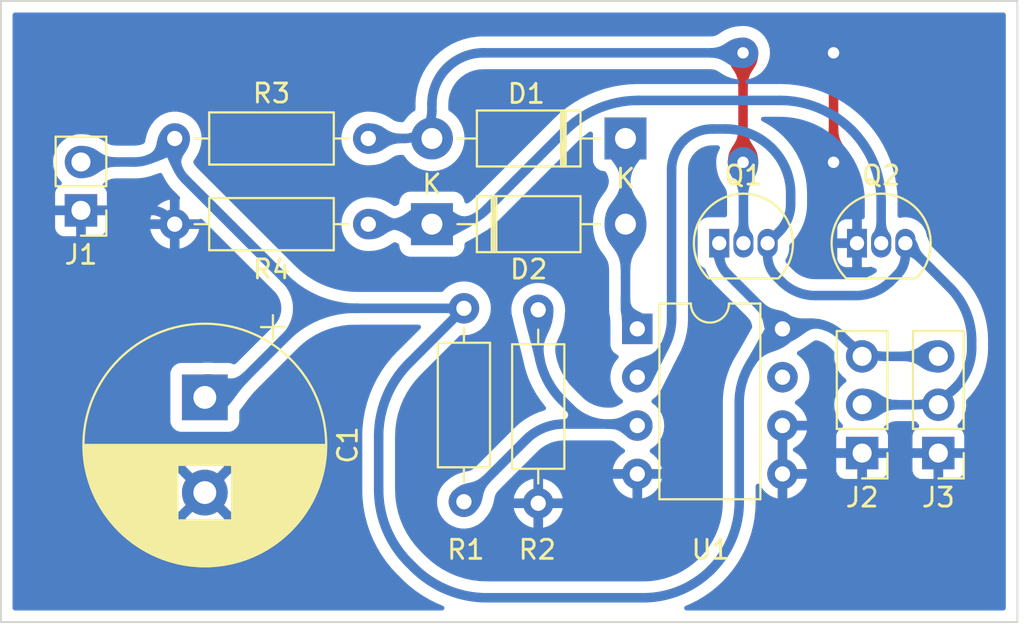
<source format=kicad_pcb>
(kicad_pcb (version 20211014) (generator pcbnew)
  (layers (0 "F.Cu" signal) (31 "B.Cu" signal) (34 "B.Paste" user) (35 "F.Paste" user) (36 "B.SilkS" user "B.Silkscreen") (37 "F.SilkS" user "F.Silkscreen") (38 "B.Mask" user) (39 "F.Mask" user) (44 "Edge.Cuts" user))
  (net 0 "")
  (net 1 "VCC")
  (net 2 "GND")
  (net 3 "Net-(D1-Pad1)")
  (net 4 "Net-(D1-Pad2)")
  (net 5 "Net-(D2-Pad1)")
  (net 6 "/VGnd")
  (net 7 "Net-(R1-Pad2)")
  (footprint "Package_TO_SOT_THT:TO-92_Inline" (layer "F.Cu") (at 101 98.5)
    (fp_text reference "Q1" (at 1.27 -3.56) (layer "F.SilkS"))
    (fp_text value "BC547")
    (pad "1" thru_hole rect locked (at 0 0) (size 1.05 1.5) (drill 0.75) (layers *.Cu *.Mask) (net 1 "VCC"))
    (pad "2" thru_hole oval locked (at 1.27 0) (size 1.05 1.5) (drill 0.75) (layers *.Cu *.Mask) (net 4 "Net-(D1-Pad2)"))
    (pad "3" thru_hole oval locked (at 2.54 0) (size 1.05 1.5) (drill 0.75) (layers *.Cu *.Mask) (net 6 "/VGnd"))
  )
  (footprint "Connector_PinHeader_2.54mm:PinHeader_1x02_P2.54mm_Vertical" (layer "F.Cu") (at 67.5 96.775 180)
    (fp_text reference "J1" (at 0 -2.33) (layer "F.SilkS"))
    (fp_text value "Vin")
    (pad "1" thru_hole rect locked (at 0 0 180) (size 1.7 1.7) (drill 1) (layers *.Cu *.Mask) (net 2 "GND"))
    (pad "2" thru_hole oval locked (at 0 2.54 180) (size 1.7 1.7) (drill 1) (layers *.Cu *.Mask) (net 1 "VCC"))
  )
  (footprint "Resistor_THT:R_Axial_DIN0207_L6.3mm_D2.5mm_P10.16mm_Horizontal" (layer "F.Cu") (at 82.58 97.5 180)
    (fp_text reference "R4" (at 5.08 -2.37) (layer "F.SilkS"))
    (fp_text value "1k")
    (pad "1" thru_hole circle locked (at 0 0 180) (size 1.6 1.6) (drill 0.8) (layers *.Cu *.Mask) (net 5 "Net-(D2-Pad1)"))
    (pad "2" thru_hole oval locked (at 10.16 0 180) (size 1.6 1.6) (drill 0.8) (layers *.Cu *.Mask) (net 2 "GND"))
  )
  (footprint "Diode_THT:D_DO-41_SOD81_P10.16mm_Horizontal" (layer "F.Cu") (at 85.92 97.5)
    (fp_text reference "D2" (at 5.08 2.375) (layer "F.SilkS"))
    (fp_text value "1N4001")
    (fp_text user "K" (at 0 -2.1) (layer "F.SilkS"))
    (pad "1" thru_hole rect locked (at 0 0) (size 2.2 2.2) (drill 1.1) (layers *.Cu *.Mask) (net 5 "Net-(D2-Pad1)"))
    (pad "2" thru_hole oval locked (at 10.16 0) (size 2.2 2.2) (drill 1.1) (layers *.Cu *.Mask) (net 3 "Net-(D1-Pad1)"))
  )
  (footprint "Capacitor_THT:CP_Radial_D12.5mm_P5.00mm" (layer "F.Cu") (at 74 106.6 -90)
    (fp_text reference "C1" (at 2.5 -7.5 90) (layer "F.SilkS"))
    (fp_text value "1mF 35V")
    (pad "1" thru_hole rect locked (at 0 0 270) (size 2.4 2.4) (drill 1.2) (layers *.Cu *.Mask) (net 1 "VCC"))
    (pad "2" thru_hole circle locked (at 5 0 270) (size 2.4 2.4) (drill 1.2) (layers *.Cu *.Mask) (net 2 "GND"))
  )
  (footprint "Resistor_THT:R_Axial_DIN0207_L6.3mm_D2.5mm_P10.16mm_Horizontal" (layer "F.Cu") (at 72.42 93)
    (fp_text reference "R3" (at 5.08 -2.37) (layer "F.SilkS"))
    (fp_text value "1k")
    (pad "1" thru_hole circle locked (at 0 0) (size 1.6 1.6) (drill 0.8) (layers *.Cu *.Mask) (net 1 "VCC"))
    (pad "2" thru_hole oval locked (at 10.16 0) (size 1.6 1.6) (drill 0.8) (layers *.Cu *.Mask) (net 4 "Net-(D1-Pad2)"))
  )
  (footprint "Diode_THT:D_DO-41_SOD81_P10.16mm_Horizontal" (layer "F.Cu") (at 96.08 93 180)
    (fp_text reference "D1" (at 5.205 2.35) (layer "F.SilkS"))
    (fp_text value "1N4001")
    (fp_text user "K" (at 0 -2.1) (layer "F.SilkS"))
    (pad "1" thru_hole rect locked (at 0 0 180) (size 2.2 2.2) (drill 1.1) (layers *.Cu *.Mask) (net 3 "Net-(D1-Pad1)"))
    (pad "2" thru_hole oval locked (at 10.16 0 180) (size 2.2 2.2) (drill 1.1) (layers *.Cu *.Mask) (net 4 "Net-(D1-Pad2)"))
  )
  (footprint "Connector_PinHeader_2.54mm:PinHeader_1x03_P2.54mm_Vertical" (layer "F.Cu") (at 112.5 109.525 180)
    (fp_text reference "J3" (at 0 -2.33) (layer "F.SilkS"))
    (fp_text value "Vout")
    (pad "1" thru_hole rect locked (at 0 0 180) (size 1.7 1.7) (drill 1) (layers *.Cu *.Mask) (net 2 "GND"))
    (pad "2" thru_hole oval locked (at 0 2.54 180) (size 1.7 1.7) (drill 1) (layers *.Cu *.Mask) (net 6 "/VGnd"))
    (pad "3" thru_hole oval locked (at 0 5.08 180) (size 1.7 1.7) (drill 1) (layers *.Cu *.Mask) (net 1 "VCC"))
  )
  (footprint "Package_TO_SOT_THT:TO-92_Inline" (layer "F.Cu") (at 108.23 98.5)
    (fp_text reference "Q2" (at 1.27 -3.56) (layer "F.SilkS"))
    (fp_text value "BC557")
    (pad "1" thru_hole rect locked (at 0 0) (size 1.05 1.5) (drill 0.75) (layers *.Cu *.Mask) (net 2 "GND"))
    (pad "2" thru_hole oval locked (at 1.27 0) (size 1.05 1.5) (drill 0.75) (layers *.Cu *.Mask) (net 5 "Net-(D2-Pad1)"))
    (pad "3" thru_hole oval locked (at 2.54 0) (size 1.05 1.5) (drill 0.75) (layers *.Cu *.Mask) (net 6 "/VGnd"))
  )
  (footprint "Resistor_THT:R_Axial_DIN0207_L6.3mm_D2.5mm_P10.16mm_Horizontal" (layer "F.Cu") (at 87.6 101.92 -90)
    (fp_text reference "R1" (at 12.68 -0.1 180) (layer "F.SilkS"))
    (fp_text value "10k")
    (pad "1" thru_hole circle locked (at 0 0 270) (size 1.6 1.6) (drill 0.8) (layers *.Cu *.Mask) (net 1 "VCC"))
    (pad "2" thru_hole oval locked (at 10.16 0 270) (size 1.6 1.6) (drill 0.8) (layers *.Cu *.Mask) (net 7 "Net-(R1-Pad2)"))
  )
  (footprint "Resistor_THT:R_Axial_DIN0207_L6.3mm_D2.5mm_P10.16mm_Horizontal" (layer "F.Cu") (at 91.5 102 -90)
    (fp_text reference "R2" (at 12.6 0.05 180) (layer "F.SilkS"))
    (fp_text value "10k")
    (pad "1" thru_hole circle locked (at 0 0 270) (size 1.6 1.6) (drill 0.8) (layers *.Cu *.Mask) (net 7 "Net-(R1-Pad2)"))
    (pad "2" thru_hole oval locked (at 10.16 0 270) (size 1.6 1.6) (drill 0.8) (layers *.Cu *.Mask) (net 2 "GND"))
  )
  (footprint "Connector_PinHeader_2.54mm:PinHeader_1x03_P2.54mm_Vertical" (layer "F.Cu") (at 108.5 109.525 180)
    (fp_text reference "J2" (at 0 -2.33) (layer "F.SilkS"))
    (fp_text value "Vout")
    (pad "1" thru_hole rect locked (at 0 0 180) (size 1.7 1.7) (drill 1) (layers *.Cu *.Mask) (net 2 "GND"))
    (pad "2" thru_hole oval locked (at 0 2.54 180) (size 1.7 1.7) (drill 1) (layers *.Cu *.Mask) (net 6 "/VGnd"))
    (pad "3" thru_hole oval locked (at 0 5.08 180) (size 1.7 1.7) (drill 1) (layers *.Cu *.Mask) (net 1 "VCC"))
  )
  (footprint "Package_DIP:DIP-8_W7.62mm" (layer "F.Cu") (at 96.7 103)
    (fp_text reference "U1" (at 3.85 11.6) (layer "F.SilkS"))
    (fp_text value "LM358")
    (pad "1" thru_hole rect locked (at 0 0) (size 1.6 1.6) (drill 0.8) (layers *.Cu *.Mask) (net 3 "Net-(D1-Pad1)"))
    (pad "2" thru_hole oval locked (at 0 2.54) (size 1.6 1.6) (drill 0.8) (layers *.Cu *.Mask) (net 6 "/VGnd"))
    (pad "3" thru_hole oval locked (at 0 5.08) (size 1.6 1.6) (drill 0.8) (layers *.Cu *.Mask) (net 7 "Net-(R1-Pad2)"))
    (pad "4" thru_hole oval locked (at 0 7.62) (size 1.6 1.6) (drill 0.8) (layers *.Cu *.Mask) (net 2 "GND"))
    (pad "5" thru_hole oval locked (at 7.62 7.62) (size 1.6 1.6) (drill 0.8) (layers *.Cu *.Mask) (net 2 "GND"))
    (pad "6" thru_hole oval locked (at 7.62 5.08) (size 1.6 1.6) (drill 0.8) (layers *.Cu *.Mask) (net 2 "GND"))
    (pad "7" thru_hole oval locked (at 7.62 2.54) (size 1.6 1.6) (drill 0.8) (layers *.Cu *.Mask))
    (pad "8" thru_hole oval locked (at 7.62 0) (size 1.6 1.6) (drill 0.8) (layers *.Cu *.Mask) (net 1 "VCC"))
  )
  (gr_poly (pts (xy 80.7 101.825) (xy 78.85 102.8) (xy 78.65 100.725)) (layer "B.Cu") (width 0.2) (fill solid))
  (gr_rect (start 63.3 85.775) (end 116.65 118.4) (layer "Edge.Cuts") (width 0.1) (fill none))
  (segment (start 72.980014 95.143973) (end 78.162248 100.326207) (width 0.5) (layer "B.Cu") (net 1))
  (segment (start 104.213933 102.893933) (end 101.417193 100.097193) (width 0.5) (layer "B.Cu") (net 1))
  (segment (start 107.6275 103.5725) (end 107.434836 103.379836) (width 0.5) (layer "B.Cu") (net 1))
  (segment (start 82.010004 101.92) (end 87.6 101.92) (width 0.5) (layer "B.Cu") (net 1))
  (segment (start 70.311723 94.235) (end 67.5 94.235) (width 0.5) (layer "B.Cu") (net 1))
  (segment (start 71.8025 93.6175) (end 71.859985 93.560014) (width 0.5) (layer "B.Cu") (net 1))
  (segment (start 102.05 112.089034) (end 102.05 106.875132) (width 0.5) (layer "B.Cu") (net 1))
  (segment (start 83.125 108.648963) (end 83.125 111.446036) (width 0.5) (layer "B.Cu") (net 1))
  (segment (start 109.733901 104.445) (end 112.5 104.445) (width 0.5) (layer "B.Cu") (net 1))
  (segment (start 97.014034 117.125) (end 88.803963 117.125) (width 0.5) (layer "B.Cu") (net 1))
  (segment (start 101 99.09) (end 101 98.5) (width 0.5) (layer "B.Cu") (net 1))
  (segment (start 84.718792 104.801206) (end 87.6 101.92) (width 0.5) (layer "B.Cu") (net 1))
  (segment (start 103.185 104.135) (end 104.32 103) (width 0.5) (layer "B.Cu") (net 1))
  (segment (start 75.456478 106.219561) (end 78.341828 103.334212) (width 0.5) (layer "B.Cu") (net 1))
  (segment (start 74.53802 106.6) (end 74 106.6) (width 0.5) (layer "B.Cu") (net 1))
  (segment (start 104.832132 102.7) (end 105.793566 102.7) (width 0.5) (layer "B.Cu") (net 1))
  (segment (start 84.956207 115.531207) (end 84.718792 115.293792) (width 0.5) (layer "B.Cu") (net 1))
  (segment (start 104.426066 102.893933) (end 104.469999 102.849999) (width 0.5) (layer "B.Cu") (net 1))
  (arc (start 82.010004 101.92) (mid 79.927613 101.505786) (end 78.162248 100.326207) (width 0.5) (layer "B.Cu") (net 1))
  (arc (start 100.575 115.65) (mid 101.666659 114.016215) (end 102.05 112.089034) (width 0.5) (layer "B.Cu") (net 1))
  (arc (start 84.956207 115.531207) (mid 86.721572 116.710786) (end 88.803963 117.125) (width 0.5) (layer "B.Cu") (net 1))
  (arc (start 72.42 93.791979) (mid 72.565542 94.523673) (end 72.980014 95.143973) (width 0.5) (layer "B.Cu") (net 1))
  (arc (start 104.832132 102.7) (mid 104.636147 102.738983) (end 104.469999 102.849999) (width 0.5) (layer "B.Cu") (net 1))
  (arc (start 107.6275 103.5725) (mid 108.593925 104.218244) (end 109.733901 104.445) (width 0.5) (layer "B.Cu") (net 1))
  (arc (start 97.014034 117.125) (mid 98.941215 116.741659) (end 100.575 115.65) (width 0.5) (layer "B.Cu") (net 1))
  (arc (start 103.185 104.135) (mid 102.344976 105.392183) (end 102.05 106.875132) (width 0.5) (layer "B.Cu") (net 1))
  (arc (start 71.859985 93.560014) (mid 72.217489 93.488901) (end 72.42 93.791979) (width 0.5) (layer "B.Cu") (net 1))
  (arc (start 84.718792 115.293792) (mid 83.539213 113.528426) (end 83.125 111.446036) (width 0.5) (layer "B.Cu") (net 1))
  (arc (start 83.125 108.648963) (mid 83.539213 106.566572) (end 84.718792 104.801206) (width 0.5) (layer "B.Cu") (net 1))
  (arc (start 71.8025 93.6175) (mid 71.118525 94.074516) (end 70.311723 94.235) (width 0.5) (layer "B.Cu") (net 1))
  (arc (start 101 99.09) (mid 101.108424 99.635088) (end 101.417193 100.097193) (width 0.5) (layer "B.Cu") (net 1))
  (arc (start 78.162248 100.326207) (mid 78.875016 101.867401) (end 78.341828 103.334212) (width 0.5) (layer "B.Cu") (net 1))
  (arc (start 75.456478 106.219561) (mid 75.035086 106.501127) (end 74.53802 106.6) (width 0.5) (layer "B.Cu") (net 1))
  (arc (start 107.434836 103.379836) (mid 106.681815 102.876683) (end 105.793566 102.7) (width 0.5) (layer "B.Cu") (net 1))
  (arc (start 104.426066 102.893933) (mid 104.319999 102.937867) (end 104.213933 102.893933) (width 0.5) (layer "B.Cu") (net 1))
  (arc (start 104.426066 102.893933) (mid 104.308581 102.972434) (end 104.17 103) (width 0.5) (layer "B.Cu") (net 1))
  (arc (start 82.010004 101.92) (mid 79.974284 102.287541) (end 78.341828 103.334212) (width 0.5) (layer "B.Cu") (net 1))
  (arc (start 104.213933 102.893933) (mid 104.227402 102.961644) (end 104.17 103) (width 0.5) (layer "B.Cu") (net 1))
  (segment (start 107 88.5) (end 107 94.25) (width 0.5) (layer "F.Cu") (net 2))
  (via (at 107 94.25) (size 1.6) (drill 0.6) (layers "F.Cu" "B.Cu") (net 2))
  (via (at 107 88.5) (size 1.6) (drill 0.6) (layers "F.Cu" "B.Cu") (net 2))
  (segment (start 71.182347 96.775) (end 67.5 96.775) (width 0.5) (layer "B.Cu") (net 2))
  (segment (start 72.0575 97.1375) (end 72.42 97.5) (width 0.5) (layer "B.Cu") (net 2))
  (arc (start 71.182347 96.775) (mid 71.655976 96.86921) (end 72.0575 97.1375) (width 0.5) (layer "B.Cu") (net 2))
  (segment (start 96.08 97.5) (end 96.08 97.558406) (width 0.5) (layer "B.Cu") (net 3))
  (segment (start 96.08 95.25) (end 96.08 94.6875) (width 0.5) (layer "B.Cu") (net 3))
  (segment (start 96.08 95.25) (end 96.08 97.5) (width 0.5) (layer "B.Cu") (net 3))
  (segment (start 96.08 99.749999) (end 96.08 100.297897) (width 0.5) (layer "B.Cu") (net 3))
  (segment (start 96.08 97.558406) (end 96.08 99.749999) (width 0.5) (layer "B.Cu") (net 3))
  (segment (start 96.39 102.69) (end 96.7 103) (width 0.5) (layer "B.Cu") (net 3))
  (segment (start 96.08 93.5625) (end 96.08 93) (width 0.5) (layer "B.Cu") (net 3))
  (segment (start 96.08 100.297897) (end 96.08 101.393694) (width 0.5) (layer "B.Cu") (net 3))
  (segment (start 96.08 93.5625) (end 96.08 94.6875) (width 0.5) (layer "B.Cu") (net 3))
  (segment (start 96.08 101.941593) (end 96.08 101.393694) (width 0.5) (layer "B.Cu") (net 3))
  (arc (start 96.08 101.941593) (mid 96.160566 102.346628) (end 96.39 102.69) (width 0.5) (layer "B.Cu") (net 3))
  (segment (start 102.25 88.5) (end 102.25 94.25) (width 0.5) (layer "F.Cu") (net 4))
  (via (at 102.25 88.5) (size 1.6) (drill 0.6) (layers "F.Cu" "B.Cu") (net 4))
  (via (at 102.25 94.25) (size 1.6) (drill 0.6) (layers "F.Cu" "B.Cu") (net 4))
  (segment (start 102.25 88.5) (end 88.617228 88.5) (width 0.5) (layer "B.Cu") (net 4))
  (segment (start 102.27 94.284142) (end 102.27 98.5) (width 0.5) (layer "B.Cu") (net 4))
  (segment (start 102.26 94.26) (end 102.25 94.25) (width 0.5) (layer "B.Cu") (net 4))
  (segment (start 84.46 93) (end 82.58 93) (width 0.5) (layer "B.Cu") (net 4))
  (segment (start 85.92 91.54) (end 85.92 91.197228) (width 0.5) (layer "B.Cu") (net 4))
  (arc (start 88.617228 88.5) (mid 87.585043 88.705314) (end 86.71 89.29) (width 0.5) (layer "B.Cu") (net 4))
  (arc (start 84.46 93) (mid 85.492375 92.572375) (end 85.92 91.54) (width 0.5) (layer "B.Cu") (net 4))
  (arc (start 86.71 89.29) (mid 86.125314 90.165043) (end 85.92 91.197228) (width 0.5) (layer "B.Cu") (net 4))
  (arc (start 102.26 94.26) (mid 102.267401 94.271076) (end 102.27 94.284142) (width 0.5) (layer "B.Cu") (net 4))
  (segment (start 83.21 97.5) (end 82.58 97.5) (width 0.5) (layer "B.Cu") (net 5))
  (segment (start 96.753963 91) (end 104.190897 91) (width 0.5) (layer "B.Cu") (net 5))
  (segment (start 84.47 97.5) (end 83.21 97.5) (width 0.5) (layer "B.Cu") (net 5))
  (segment (start 86.44 97.5) (end 85.4 97.5) (width 0.5) (layer "B.Cu") (net 5))
  (segment (start 107.9479 92.5579) (end 107.945 92.555) (width 0.5) (layer "B.Cu") (net 5))
  (segment (start 86.44 97.5) (end 86.96 97.5) (width 0.5) (layer "B.Cu") (net 5))
  (segment (start 85.4 97.5) (end 84.47 97.5) (width 0.5) (layer "B.Cu") (net 5))
  (segment (start 88.735391 96.764608) (end 92.906207 92.593792) (width 0.5) (layer "B.Cu") (net 5))
  (segment (start 109.5 96.305) (end 109.5 98.5) (width 0.5) (layer "B.Cu") (net 5))
  (arc (start 96.753963 91) (mid 94.671572 91.414213) (end 92.906207 92.593792) (width 0.5) (layer "B.Cu") (net 5))
  (arc (start 88.735391 96.764608) (mid 87.920834 97.308877) (end 86.96 97.5) (width 0.5) (layer "B.Cu") (net 5))
  (arc (start 104.190897 91) (mid 106.222603 91.404131) (end 107.945 92.555) (width 0.5) (layer "B.Cu") (net 5))
  (arc (start 107.9479 92.5579) (mid 109.096622 94.277084) (end 109.5 96.305) (width 0.5) (layer "B.Cu") (net 5))
  (segment (start 104.27 100.52) (end 103.996083 100.246083) (width 0.5) (layer "B.Cu") (net 6))
  (segment (start 97.6 104.64) (end 96.7 105.54) (width 0.5) (layer "B.Cu") (net 6))
  (segment (start 103.75 93.5) (end 103.763586 93.513586) (width 0.5) (layer "B.Cu") (net 6))
  (segment (start 108.175197 101.25) (end 106.032375 101.25) (width 0.5) (layer "B.Cu") (net 6))
  (segment (start 110.009999 100.489999) (end 110.335129 100.16487) (width 0.5) (layer "B.Cu") (net 6))
  (segment (start 104.75 95.895) (end 104.75 96.4344) (width 0.5) (layer "B.Cu") (net 6))
  (segment (start 98.5 94.633883) (end 98.5 102.467207) (width 0.5) (layer "B.Cu") (net 6))
  (segment (start 114.25 103.6075) (end 114.25 103.997563) (width 0.5) (layer "B.Cu") (net 6))
  (segment (start 113.099183 100.829183) (end 110.77 98.5) (width 0.5) (layer "B.Cu") (net 6))
  (segment (start 104.144999 97.894999) (end 103.996083 98.043916) (width 0.5) (layer "B.Cu") (net 6))
  (segment (start 101.335786 92.5) (end 100.633883 92.5) (width 0.5) (layer "B.Cu") (net 6))
  (segment (start 111.262563 106.985) (end 108.5 106.985) (width 0.5) (layer "B.Cu") (net 6))
  (arc (start 104.75 95.895) (mid 104.493639 94.606188) (end 103.763586 93.513586) (width 0.5) (layer "B.Cu") (net 6))
  (arc (start 104.27 100.52) (mid 105.078584 101.060279) (end 106.032375 101.25) (width 0.5) (layer "B.Cu") (net 6))
  (arc (start 99.125 93.125) (mid 99.817281 92.662432) (end 100.633883 92.5) (width 0.5) (layer "B.Cu") (net 6))
  (arc (start 113.375 106.11) (mid 112.405805 106.757594) (end 111.262563 106.985) (width 0.5) (layer "B.Cu") (net 6))
  (arc (start 103.75 93.5) (mid 102.642349 92.759891) (end 101.335786 92.5) (width 0.5) (layer "B.Cu") (net 6))
  (arc (start 98.5 94.633883) (mid 98.662432 93.817281) (end 99.125 93.125) (width 0.5) (layer "B.Cu") (net 6))
  (arc (start 103.996083 98.043916) (mid 103.658532 98.549097) (end 103.54 99.145) (width 0.5) (layer "B.Cu") (net 6))
  (arc (start 114.25 103.997563) (mid 114.022594 105.140805) (end 113.375 106.11) (width 0.5) (layer "B.Cu") (net 6))
  (arc (start 104.144999 97.894999) (mid 104.592765 97.22487) (end 104.75 96.4344) (width 0.5) (layer "B.Cu") (net 6))
  (arc (start 103.996083 100.246083) (mid 103.658532 99.740902) (end 103.54 99.145) (width 0.5) (layer "B.Cu") (net 6))
  (arc (start 97.6 104.64) (mid 98.266097 103.643114) (end 98.5 102.467207) (width 0.5) (layer "B.Cu") (net 6))
  (arc (start 110.335129 100.16487) (mid 110.656979 99.683189) (end 110.77 99.115) (width 0.5) (layer "B.Cu") (net 6))
  (arc (start 113.099183 100.829183) (mid 113.950912 102.103885) (end 114.25 103.6075) (width 0.5) (layer "B.Cu") (net 6))
  (arc (start 110.009999 100.489999) (mid 109.168185 101.052482) (end 108.175197 101.25) (width 0.5) (layer "B.Cu") (net 6))
  (segment (start 95.16 108) (end 96.563431 108) (width 0.5) (layer "B.Cu") (net 7))
  (segment (start 90.859756 108.820243) (end 87.6 112.08) (width 0.5) (layer "B.Cu") (net 7))
  (segment (start 93.179756 107.179756) (end 92.737436 106.737436) (width 0.5) (layer "B.Cu") (net 7))
  (segment (start 96.66 108.04) (end 96.7 108.08) (width 0.5) (layer "B.Cu") (net 7))
  (segment (start 95.16 108) (end 92.84 108) (width 0.5) (layer "B.Cu") (net 7))
  (segment (start 91.5 103.75) (end 91.5 102) (width 0.5) (layer "B.Cu") (net 7))
  (arc (start 90.859756 108.820243) (mid 91.768299 108.213174) (end 92.84 108) (width 0.5) (layer "B.Cu") (net 7))
  (arc (start 91.5 103.75) (mid 91.821599 105.366788) (end 92.737436 106.737436) (width 0.5) (layer "B.Cu") (net 7))
  (arc (start 93.179756 107.179756) (mid 93.283912 107.703386) (end 92.84 108) (width 0.5) (layer "B.Cu") (net 7))
  (arc (start 96.66 108.04) (mid 96.615693 108.010395) (end 96.563431 108) (width 0.5) (layer "B.Cu") (net 7))
  (arc (start 95.16 108) (mid 94.088299 107.786825) (end 93.179756 107.179756) (width 0.5) (layer "B.Cu") (net 7))
  (zone (net 2) (net_name "GND") (layer "F.Cu") (priority 16962) (connect_pads yes (clearance 0)) (min_thickness 0.0254) (fill yes (thermal_gap 0.508) (thermal_bridge_width 0.508))
    (polygon (pts (xy 106.75 92.5) (xy 106.7346 92.747114) (xy 106.6928 92.946152) (xy 106.631199 93.109133) (xy 106.5564 93.248076) (xy 106.475 93.375) (xy 106.3936 93.501923) (xy 106.3188 93.640866) (xy 106.2572 93.803847) (xy 106.2154 94.002885) (xy 106.2 94.25) (xy 107 94.65) (xy 107.8 94.25) (xy 107.7846 94.002885) (xy 107.7428 93.803847) (xy 107.681199 93.640866) (xy 107.6064 93.501923) (xy 107.525 93.375) (xy 107.4436 93.248076) (xy 107.3688 93.109133) (xy 107.3072 92.946152) (xy 107.2654 92.747114) (xy 107.25 92.5)))
  )
  (zone (net 2) (net_name "GND") (layer "F.Cu") (priority 16962) (connect_pads yes (clearance 0)) (min_thickness 0.0254) (fill yes (thermal_gap 0.508) (thermal_bridge_width 0.508))
    (polygon (pts (xy 107.25 90.25) (xy 107.2654 90.002885) (xy 107.3072 89.803847) (xy 107.368799 89.640866) (xy 107.4436 89.501923) (xy 107.525 89.375) (xy 107.6064 89.248076) (xy 107.6812 89.109133) (xy 107.7428 88.946152) (xy 107.7846 88.747114) (xy 107.8 88.5) (xy 107 88.1) (xy 106.2 88.5) (xy 106.2154 88.747114) (xy 106.2572 88.946152) (xy 106.318799 89.109133) (xy 106.3936 89.248076) (xy 106.475 89.375) (xy 106.5564 89.501923) (xy 106.6312 89.640866) (xy 106.6928 89.803847) (xy 106.7346 90.002885) (xy 106.75 90.25)))
  )
  (zone (net 4) (net_name "Net-(D1-Pad2)") (layer "F.Cu") (priority 16962) (connect_pads yes (clearance 0)) (min_thickness 0.0254) (fill yes (thermal_gap 0.508) (thermal_bridge_width 0.508))
    (polygon (pts (xy 102.5 90.25) (xy 102.5154 90.002885) (xy 102.5572 89.803847) (xy 102.618799 89.640866) (xy 102.6936 89.501923) (xy 102.775 89.375) (xy 102.8564 89.248076) (xy 102.9312 89.109133) (xy 102.9928 88.946152) (xy 103.0346 88.747114) (xy 103.05 88.5) (xy 102.25 88.1) (xy 101.45 88.5) (xy 101.4654 88.747114) (xy 101.5072 88.946152) (xy 101.568799 89.109133) (xy 101.6436 89.248076) (xy 101.725 89.375) (xy 101.8064 89.501923) (xy 101.8812 89.640866) (xy 101.9428 89.803847) (xy 101.9846 90.002885) (xy 102 90.25)))
  )
  (zone (net 4) (net_name "Net-(D1-Pad2)") (layer "F.Cu") (priority 16962) (connect_pads yes (clearance 0)) (min_thickness 0.0254) (fill yes (thermal_gap 0.508) (thermal_bridge_width 0.508))
    (polygon (pts (xy 102 92.5) (xy 101.9846 92.747114) (xy 101.9428 92.946152) (xy 101.881199 93.109133) (xy 101.8064 93.248076) (xy 101.725 93.375) (xy 101.6436 93.501923) (xy 101.5688 93.640866) (xy 101.5072 93.803847) (xy 101.4654 94.002885) (xy 101.45 94.25) (xy 102.25 94.65) (xy 103.05 94.25) (xy 103.0346 94.002885) (xy 102.9928 93.803847) (xy 102.931199 93.640866) (xy 102.8564 93.501923) (xy 102.775 93.375) (xy 102.6936 93.248076) (xy 102.6188 93.109133) (xy 102.5572 92.946152) (xy 102.5154 92.747114) (xy 102.5 92.5)))
  )
  (zone (net 3) (net_name "Net-(D1-Pad1)") (layer "B.Cu") (priority 16962) (connect_pads yes (clearance 0)) (min_thickness 0.0254) (fill yes (thermal_gap 0.508) (thermal_bridge_width 0.508))
    (polygon (pts (xy 96.33 99.928406) (xy 96.3538 99.58254) (xy 96.4184 99.305358) (xy 96.513599 99.079688) (xy 96.6292 98.88836) (xy 96.755 98.714203) (xy 96.8808 98.540045) (xy 96.9964 98.348717) (xy 97.0916 98.123047) (xy 97.1562 97.845865) (xy 97.18 97.5) (xy 96.08 96.95) (xy 94.98 97.5) (xy 95.0038 97.845865) (xy 95.0684 98.123047) (xy 95.163599 98.348717) (xy 95.2792 98.540045) (xy 95.405 98.714203) (xy 95.5308 98.88836) (xy 95.6464 99.079688) (xy 95.7416 99.305358) (xy 95.8062 99.58254) (xy 95.83 99.928406)))
  )
  (zone (net 6) (net_name "/VGnd") (layer "B.Cu") (priority 16962) (connect_pads yes (clearance 0)) (min_thickness 0.0254) (fill yes (thermal_gap 0.508) (thermal_bridge_width 0.508))
    (polygon (pts (xy 111.759948 99.136395) (xy 111.652325 99.017882) (xy 111.575203 98.911203) (xy 111.520956 98.813399) (xy 111.48196 98.721511) (xy 111.450589 98.632581) (xy 111.419218 98.543652) (xy 111.380222 98.451764) (xy 111.325975 98.35396) (xy 111.248853 98.247281) (xy 111.141231 98.128769) (xy 110.584385 98.314385) (xy 110.398769 98.871231) (xy 110.517281 98.978853) (xy 110.62396 99.055975) (xy 110.721764 99.110222) (xy 110.813652 99.149218) (xy 110.902581 99.180589) (xy 110.991511 99.21196) (xy 111.083399 99.250956) (xy 111.181203 99.305203) (xy 111.287882 99.382325) (xy 111.406395 99.489948)))
  )
  (zone (net 4) (net_name "Net-(D1-Pad2)") (layer "B.Cu") (priority 16962) (connect_pads yes (clearance 0)) (min_thickness 0.0254) (fill yes (thermal_gap 0.508) (thermal_bridge_width 0.508))
    (polygon (pts (xy 102.02 97.35) (xy 102.0123 97.509901) (xy 101.9914 97.639868) (xy 101.960599 97.747385) (xy 101.9232 97.839934) (xy 101.8825 97.925) (xy 101.8418 98.010065) (xy 101.8044 98.102614) (xy 101.7736 98.210131) (xy 101.7527 98.340098) (xy 101.745 98.5) (xy 102.27 98.7625) (xy 102.795 98.5) (xy 102.7873 98.340098) (xy 102.7664 98.210131) (xy 102.735599 98.102614) (xy 102.6982 98.010065) (xy 102.6575 97.925) (xy 102.6168 97.839934) (xy 102.5794 97.747385) (xy 102.5486 97.639868) (xy 102.5277 97.509901) (xy 102.52 97.35)))
  )
  (zone (net 1) (net_name "VCC") (layer "B.Cu") (priority 16962) (connect_pads yes (clearance 0)) (min_thickness 0.0254) (fill yes (thermal_gap 0.508) (thermal_bridge_width 0.508))
    (polygon (pts (xy 102.898715 101.932269) (xy 103.063488 102.118821) (xy 103.175453 102.2899) (xy 103.24781 102.449373) (xy 103.293764 102.601109) (xy 103.326515 102.748977) (xy 103.359266 102.896844) (xy 103.405219 103.048581) (xy 103.477577 103.208054) (xy 103.589541 103.379132) (xy 103.754315 103.565685) (xy 104.602842 103.282842) (xy 104.885685 102.434315) (xy 104.699132 102.269541) (xy 104.528054 102.157577) (xy 104.368581 102.085219) (xy 104.216844 102.039266) (xy 104.068977 102.006515) (xy 103.921109 101.973764) (xy 103.769373 101.92781) (xy 103.6099 101.855453) (xy 103.438821 101.743488) (xy 103.252269 101.578715)))
  )
  (zone (net 6) (net_name "/VGnd") (layer "B.Cu") (priority 16962) (connect_pads yes (clearance 0)) (min_thickness 0.0254) (fill yes (thermal_gap 0.508) (thermal_bridge_width 0.508))
    (polygon (pts (xy 97.9401 103.753103) (xy 97.789691 104.002274) (xy 97.635621 104.17872) (xy 97.476749 104.299126) (xy 97.311933 104.380175) (xy 97.140033 104.438553) (xy 96.959906 104.490943) (xy 96.770413 104.55403) (xy 96.57041 104.644498) (xy 96.358758 104.779031) (xy 96.134315 104.974315) (xy 96.417158 105.822842) (xy 97.412172 105.904431) (xy 97.545471 105.643319) (xy 97.654773 105.428044) (xy 97.746077 105.247147) (xy 97.825382 105.089169) (xy 97.898688 104.942651) (xy 97.971994 104.796132) (xy 98.051299 104.638154) (xy 98.142603 104.457257) (xy 98.251906 104.241983) (xy 98.385206 103.980871)))
  )
  (zone (net 1) (net_name "VCC") (layer "B.Cu") (priority 16962) (connect_pads yes (clearance 0)) (min_thickness 0.0254) (fill yes (thermal_gap 0.508) (thermal_bridge_width 0.508))
    (polygon (pts (xy 76.071554 105.250932) (xy 75.830718 105.453202) (xy 75.610191 105.56543) (xy 75.402578 105.606109) (xy 75.20048 105.59373) (xy 74.996502 105.546787) (xy 74.783246 105.483774) (xy 74.553315 105.423182) (xy 74.299312 105.383505) (xy 74.013841 105.383235) (xy 73.689505 105.440866) (xy 73.420433 106.755247) (xy 74.848527 107.448528) (xy 75.077948 107.211617) (xy 75.259527 107.009711) (xy 75.405225 106.834058) (xy 75.527001 106.675907) (xy 75.636816 106.526507) (xy 75.746632 106.377107) (xy 75.868408 106.218956) (xy 76.014106 106.043302) (xy 76.195685 105.841396) (xy 76.425107 105.604486)))
  )
  (zone (net 5) (net_name "Net-(D2-Pad1)") (layer "B.Cu") (priority 16962) (connect_pads yes (clearance 0)) (min_thickness 0.0254) (fill yes (thermal_gap 0.508) (thermal_bridge_width 0.508))
    (polygon (pts (xy 83.5 97.75) (xy 83.844773 97.7738) (xy 84.12103 97.8384) (xy 84.345902 97.933599) (xy 84.536515 98.0492) (xy 84.71 98.175) (xy 84.883484 98.3008) (xy 85.074097 98.4164) (xy 85.298969 98.5116) (xy 85.575226 98.5762) (xy 85.92 98.6) (xy 86.47 97.5) (xy 85.92 96.4) (xy 85.575226 96.4238) (xy 85.298969 96.4884) (xy 85.074097 96.583599) (xy 84.883484 96.6992) (xy 84.71 96.825) (xy 84.536515 96.9508) (xy 84.345902 97.0664) (xy 84.12103 97.1616) (xy 83.844773 97.2262) (xy 83.5 97.25)))
  )
  (zone (net 1) (net_name "VCC") (layer "B.Cu") (priority 16962) (connect_pads yes (clearance 0)) (min_thickness 0.0254) (fill yes (thermal_gap 0.508) (thermal_bridge_width 0.508))
    (polygon (pts (xy 72.879329 94.599443) (xy 72.792273 94.402823) (xy 72.762229 94.236702) (xy 72.777909 94.092682) (xy 72.82803 93.962364) (xy 72.901304 93.837351) (xy 72.986447 93.709245) (xy 73.072174 93.569648) (xy 73.147198 93.410161) (xy 73.200234 93.222388) (xy 73.219997 92.997929) (xy 72.418965 92.600002) (xy 71.720761 93.388669) (xy 71.826118 93.58257) (xy 71.909341 93.744117) (xy 71.975961 93.881397) (xy 72.031514 94.0025) (xy 72.081532 94.115514) (xy 72.131551 94.228528) (xy 72.187103 94.349631) (xy 72.253724 94.486912) (xy 72.336946 94.648458) (xy 72.442305 94.842361)))
  )
  (zone (net 6) (net_name "/VGnd") (layer "B.Cu") (priority 16962) (connect_pads yes (clearance 0)) (min_thickness 0.0254) (fill yes (thermal_gap 0.508) (thermal_bridge_width 0.508))
    (polygon (pts (xy 110.36 106.735) (xy 110.096846 106.7182) (xy 109.885129 106.6726) (xy 109.711988 106.605399) (xy 109.564564 106.5238) (xy 109.43 106.435) (xy 109.295435 106.3462) (xy 109.148011 106.2646) (xy 108.97487 106.1974) (xy 108.763153 106.1518) (xy 108.5 106.135) (xy 108.075 106.985) (xy 108.5 107.835) (xy 108.763153 107.8182) (xy 108.97487 107.7726) (xy 109.148011 107.705399) (xy 109.295435 107.6238) (xy 109.43 107.535) (xy 109.564564 107.4462) (xy 109.711988 107.3646) (xy 109.885129 107.2974) (xy 110.096846 107.2518) (xy 110.36 107.235)))
  )
  (zone (net 7) (net_name "Net-(R1-Pad2)") (layer "B.Cu") (priority 16962) (connect_pads yes (clearance 0)) (min_thickness 0.0254) (fill yes (thermal_gap 0.508) (thermal_bridge_width 0.508))
    (polygon (pts (xy 95.16 108.25) (xy 95.318796 108.255503) (xy 95.454894 108.271611) (xy 95.572295 108.29772) (xy 95.674999 108.333226) (xy 95.767008 108.377525) (xy 95.852323 108.430013) (xy 95.934945 108.490086) (xy 96.018875 108.557141) (xy 96.108115 108.630572) (xy 96.206666 108.709778) (xy 97.097997 108.119971) (xy 96.341753 107.364697) (xy 96.220873 107.427857) (xy 96.113266 107.487529) (xy 96.014179 107.542968) (xy 95.918861 107.59343) (xy 95.82256 107.63817) (xy 95.720525 107.676444) (xy 95.608002 107.707508) (xy 95.480242 107.730618) (xy 95.332492 107.74503) (xy 95.16 107.75)))
  )
  (zone (net 1) (net_name "VCC") (layer "B.Cu") (priority 16962) (connect_pads yes (clearance 0)) (min_thickness 0.0254) (fill yes (thermal_gap 0.508) (thermal_bridge_width 0.508))
    (polygon (pts (xy 101.363007 99.592656) (xy 101.310099 99.455679) (xy 101.289079 99.340365) (xy 101.293748 99.2409) (xy 101.317906 99.151469) (xy 101.355356 99.066258) (xy 101.399897 98.979452) (xy 101.445331 98.885237) (xy 101.485459 98.7778) (xy 101.514081 98.651326) (xy 101.525 98.5) (xy 101 98.2375) (xy 100.52552 98.724708) (xy 100.589412 98.867115) (xy 100.636416 98.986715) (xy 100.670754 99.089208) (xy 100.696649 99.180297) (xy 100.718321 99.265684) (xy 100.739993 99.351072) (xy 100.765888 99.442161) (xy 100.800226 99.544654) (xy 100.84723 99.664254) (xy 100.911123 99.806662)))
  )
  (zone (net 5) (net_name "Net-(D2-Pad1)") (layer "B.Cu") (priority 16962) (connect_pads yes (clearance 0)) (min_thickness 0.0254) (fill yes (thermal_gap 0.508) (thermal_bridge_width 0.508))
    (polygon (pts (xy 84.34 97.25) (xy 84.091574 97.2346) (xy 83.891433 97.1928) (xy 83.727504 97.131199) (xy 83.587716 97.0564) (xy 83.46 96.975) (xy 83.332283 96.8936) (xy 83.192495 96.8188) (xy 83.028566 96.7572) (xy 82.828425 96.7154) (xy 82.58 96.7) (xy 82.18 97.5) (xy 82.58 98.3) (xy 82.828425 98.2846) (xy 83.028566 98.2428) (xy 83.192495 98.181199) (xy 83.332283 98.1064) (xy 83.46 98.025) (xy 83.587716 97.9436) (xy 83.727504 97.8688) (xy 83.891433 97.8072) (xy 84.091574 97.7654) (xy 84.34 97.75)))
  )
  (zone (net 3) (net_name "Net-(D1-Pad1)") (layer "B.Cu") (priority 16962) (connect_pads yes (clearance 0)) (min_thickness 0.0254) (fill yes (thermal_gap 0.508) (thermal_bridge_width 0.508))
    (polygon (pts (xy 95.83 95.08) (xy 95.8062 95.424773) (xy 95.7416 95.70103) (xy 95.646399 95.925902) (xy 95.5308 96.116515) (xy 95.405 96.29) (xy 95.2792 96.463484) (xy 95.1636 96.654097) (xy 95.0684 96.878969) (xy 95.0038 97.155226) (xy 94.98 97.5) (xy 96.08 98.05) (xy 97.18 97.5) (xy 97.1562 97.155226) (xy 97.0916 96.878969) (xy 96.996399 96.654097) (xy 96.8808 96.463484) (xy 96.755 96.29) (xy 96.6292 96.116515) (xy 96.5136 95.925902) (xy 96.4184 95.70103) (xy 96.3538 95.424773) (xy 96.33 95.08)))
  )
  (zone (net 2) (net_name "GND") (layer "B.Cu") (connect_pads (clearance 0.608)) (min_thickness 0.254) (fill yes (thermal_gap 0.508) (thermal_bridge_width 0.508))
    (polygon (pts (xy 117 118.5) (xy 63.5 118.5) (xy 63.5 86) (xy 117 86)))
  )
  (zone (net 7) (net_name "Net-(R1-Pad2)") (layer "B.Cu") (priority 16962) (connect_pads yes (clearance 0)) (min_thickness 0.0254) (fill yes (thermal_gap 0.508) (thermal_bridge_width 0.508))
    (polygon (pts (xy 88.660659 110.665787) (xy 88.475033 110.829633) (xy 88.304735 110.940818) (xy 88.145932 111.012505) (xy 87.994793 111.057861) (xy 87.847486 111.090051) (xy 87.700179 111.122241) (xy 87.549041 111.167597) (xy 87.390238 111.239284) (xy 87.21994 111.350468) (xy 87.034315 111.514315) (xy 87.317158 112.362842) (xy 88.165685 112.645685) (xy 88.329531 112.460059) (xy 88.440715 112.289761) (xy 88.512402 112.130958) (xy 88.557758 111.97982) (xy 88.589948 111.832513) (xy 88.622139 111.685206) (xy 88.667494 111.534067) (xy 88.739182 111.375264) (xy 88.850366 111.204966) (xy 89.014213 111.019341)))
  )
  (zone (net 5) (net_name "Net-(D2-Pad1)") (layer "B.Cu") (priority 16962) (connect_pads yes (clearance 0)) (min_thickness 0.0254) (fill yes (thermal_gap 0.508) (thermal_bridge_width 0.508))
    (polygon (pts (xy 88.148637 96.912308) (xy 87.87902 97.044557) (xy 87.649872 97.089846) (xy 87.449787 97.065496) (xy 87.26736 96.988828) (xy 87.091186 96.877163) (xy 86.909858 96.74782) (xy 86.711972 96.618123) (xy 86.486121 96.50539) (xy 86.2209 96.426943) (xy 85.904905 96.400104) (xy 85.370052 97.507547) (xy 86.498339 98.435693) (xy 86.754559 98.27969) (xy 86.967512 98.154485) (xy 87.148012 98.052377) (xy 87.306878 97.965667) (xy 87.454927 97.886657) (xy 87.602976 97.807647) (xy 87.761842 97.720938) (xy 87.942343 97.61883) (xy 88.155295 97.493624) (xy 88.411517 97.337622)))
  )
  (zone (net 1) (net_name "VCC") (layer "B.Cu") (priority 16962) (connect_pads yes (clearance 0)) (min_thickness 0.0254) (fill yes (thermal_gap 0.508) (thermal_bridge_width 0.508))
    (polygon (pts (xy 106.826905 102.666791) (xy 106.546015 102.55918) (xy 106.306693 102.496688) (xy 106.098547 102.468034) (xy 105.911184 102.461938) (xy 105.734213 102.467122) (xy 105.557243 102.472306) (xy 105.36988 102.466211) (xy 105.161734 102.437557) (xy 104.922412 102.375064) (xy 104.641523 102.267455) (xy 103.949155 103.149911) (xy 104.619822 103.741691) (xy 104.886475 103.617451) (xy 105.109821 103.485996) (xy 105.300598 103.355241) (xy 105.46954 103.233105) (xy 105.627386 103.127504) (xy 105.784872 103.046356) (xy 105.952735 102.997577) (xy 106.141711 102.989085) (xy 106.362538 103.028797) (xy 106.625953 103.124631)))
  )
  (zone (net 1) (net_name "VCC") (layer "B.Cu") (priority 16962) (connect_pads yes (clearance 0)) (min_thickness 0.0254) (fill yes (thermal_gap 0.508) (thermal_bridge_width 0.508))
    (polygon (pts (xy 110.64 104.695) (xy 110.903153 104.7118) (xy 111.11487 104.7574) (xy 111.288011 104.824599) (xy 111.435435 104.9062) (xy 111.57 104.995) (xy 111.704564 105.0838) (xy 111.851988 105.1654) (xy 112.025129 105.2326) (xy 112.236846 105.2782) (xy 112.5 105.295) (xy 112.925 104.445) (xy 112.5 103.595) (xy 112.236846 103.6118) (xy 112.025129 103.6574) (xy 111.851988 103.724599) (xy 111.704564 103.8062) (xy 111.57 103.895) (xy 111.435435 103.9838) (xy 111.288011 104.0654) (xy 111.11487 104.1326) (xy 110.903153 104.1782) (xy 110.64 104.195)))
  )
  (zone (net 4) (net_name "Net-(D1-Pad2)") (layer "B.Cu") (priority 16962) (connect_pads yes (clearance 0)) (min_thickness 0.0254) (fill yes (thermal_gap 0.508) (thermal_bridge_width 0.508))
    (polygon (pts (xy 102.52 96.014142) (xy 102.53484 95.765806) (xy 102.57512 95.565418) (xy 102.634479 95.40099) (xy 102.70656 95.260537) (xy 102.785 95.132071) (xy 102.86344 95.003604) (xy 102.93552 94.863151) (xy 102.99488 94.698723) (xy 103.03516 94.498335) (xy 103.05 94.25) (xy 102.240055 93.850124) (xy 101.450248 94.26989) (xy 101.471744 94.516834) (xy 101.518261 94.715415) (xy 101.583373 94.877726) (xy 101.660654 95.01586) (xy 101.743678 95.141909) (xy 101.826016 95.267967) (xy 101.901244 95.406126) (xy 101.962935 95.56848) (xy 102.004662 95.76712) (xy 102.02 96.014142)))
  )
  (zone (net 3) (net_name "Net-(D1-Pad1)") (layer "B.Cu") (priority 16962) (connect_pads yes (clearance 0)) (min_thickness 0.0254) (fill yes (thermal_gap 0.508) (thermal_bridge_width 0.508))
    (polygon (pts (xy 95.83 101.432865) (xy 95.83196 101.646164) (xy 95.83728 101.821739) (xy 95.845119 101.969022) (xy 95.85464 102.097442) (xy 95.865 102.216432) (xy 95.87536 102.335422) (xy 95.88488 102.463842) (xy 95.89272 102.611125) (xy 95.89804 102.7867) (xy 95.9 103) (xy 96.929173 103.32784) (xy 97.35568 102.541653) (xy 97.221817 102.380586) (xy 97.082855 102.261152) (xy 96.943316 102.171921) (xy 96.807718 102.101464) (xy 96.68058 102.038349) (xy 96.566424 101.971147) (xy 96.469768 101.888428) (xy 96.395132 101.778761) (xy 96.347036 101.630717) (xy 96.33 101.432865)))
  )
  (zone (net 4) (net_name "Net-(D1-Pad2)") (layer "B.Cu") (priority 16962) (connect_pads yes (clearance 0)) (min_thickness 0.0254) (fill yes (thermal_gap 0.508) (thermal_bridge_width 0.508))
    (polygon (pts (xy 84.33 92.75) (xy 84.082885 92.7346) (xy 83.883847 92.6928) (xy 83.720866 92.631199) (xy 83.581923 92.5564) (xy 83.455 92.475) (xy 83.328076 92.3936) (xy 83.189133 92.3188) (xy 83.026152 92.2572) (xy 82.827114 92.2154) (xy 82.58 92.2) (xy 82.18 93) (xy 82.58 93.8) (xy 82.827114 93.7846) (xy 83.026152 93.7428) (xy 83.189133 93.681199) (xy 83.328076 93.6064) (xy 83.455 93.525) (xy 83.581923 93.4436) (xy 83.720866 93.3688) (xy 83.883847 93.3072) (xy 84.082885 93.2654) (xy 84.33 93.25)))
  )
  (zone (net 1) (net_name "VCC") (layer "B.Cu") (priority 16962) (connect_pads yes (clearance 0)) (min_thickness 0.0254) (fill yes (thermal_gap 0.508) (thermal_bridge_width 0.508))
    (polygon (pts (xy 69.36 93.985) (xy 69.096846 93.9682) (xy 68.885129 93.9226) (xy 68.711988 93.855399) (xy 68.564564 93.7738) (xy 68.43 93.685) (xy 68.295435 93.5962) (xy 68.148011 93.5146) (xy 67.97487 93.4474) (xy 67.763153 93.4018) (xy 67.5 93.385) (xy 67.075 94.235) (xy 67.5 95.085) (xy 67.763153 95.0682) (xy 67.97487 95.0226) (xy 68.148011 94.955399) (xy 68.295435 94.8738) (xy 68.43 94.785) (xy 68.564564 94.6962) (xy 68.711988 94.6146) (xy 68.885129 94.5474) (xy 69.096846 94.5018) (xy 69.36 94.485)))
  )
  (zone (net 4) (net_name "Net-(D1-Pad2)") (layer "B.Cu") (priority 16962) (connect_pads yes (clearance 0)) (min_thickness 0.0254) (fill yes (thermal_gap 0.508) (thermal_bridge_width 0.508))
    (polygon (pts (xy 100.5 88.75) (xy 100.747114 88.7654) (xy 100.946152 88.8072) (xy 101.109133 88.868799) (xy 101.248076 88.9436) (xy 101.375 89.025) (xy 101.501923 89.1064) (xy 101.640866 89.1812) (xy 101.803847 89.2428) (xy 102.002885 89.2846) (xy 102.25 89.3) (xy 102.65 88.5) (xy 102.25 87.7) (xy 102.002885 87.7154) (xy 101.803847 87.7572) (xy 101.640866 87.818799) (xy 101.501923 87.8936) (xy 101.375 87.975) (xy 101.248076 88.0564) (xy 101.109133 88.1312) (xy 100.946152 88.1928) (xy 100.747114 88.2346) (xy 100.5 88.25)))
  )
  (zone (net 1) (net_name "VCC") (layer "B.Cu") (priority 16962) (connect_pads yes (clearance 0)) (min_thickness 0.0254) (fill yes (thermal_gap 0.508) (thermal_bridge_width 0.508))
    (polygon (pts (xy 71.076016 94.357713) (xy 71.29584 94.280959) (xy 71.475998 94.215315) (xy 71.626408 94.158003) (xy 71.756984 94.106245) (xy 71.877644 94.057266) (xy 71.998304 94.008286) (xy 72.12888 93.956529) (xy 72.279289 93.899217) (xy 72.459447 93.833573) (xy 72.679272 93.75682) (xy 72.702842 92.717158) (xy 71.854316 92.434315) (xy 71.701557 92.615867) (xy 71.600337 92.792939) (xy 71.536223 92.964167) (xy 71.494781 93.12819) (xy 71.461578 93.283643) (xy 71.42218 93.429166) (xy 71.362154 93.563396) (xy 71.267066 93.68497) (xy 71.122483 93.792525) (xy 70.913972 93.884701)))
  )
  (zone (net 7) (net_name "Net-(R1-Pad2)") (layer "B.Cu") (priority 16962) (connect_pads yes (clearance 0)) (min_thickness 0.0254) (fill yes (thermal_gap 0.508) (thermal_bridge_width 0.508))
    (polygon (pts (xy 91.852173 104.645442) (xy 91.791273 104.289976) (xy 91.782696 103.997194) (xy 91.815626 103.751166) (xy 91.87925 103.535961) (xy 91.962755 103.335652) (xy 92.055326 103.134308) (xy 92.14615 102.916) (xy 92.224413 102.664799) (xy 92.279301 102.364775) (xy 92.3 102) (xy 91.5 101.6) (xy 90.720564 102.18022) (xy 90.803257 102.532) (xy 90.873786 102.821117) (xy 90.935191 103.063237) (xy 90.990513 103.274026) (xy 91.042795 103.469148) (xy 91.095076 103.664271) (xy 91.150399 103.87506) (xy 91.211804 104.11718) (xy 91.282333 104.406297) (xy 91.365027 104.758078)))
  )
  (zone (net 1) (net_name "VCC") (layer "B.Cu") (priority 16962) (connect_pads yes (clearance 0)) (min_thickness 0.0254) (fill yes (thermal_gap 0.508) (thermal_bridge_width 0.508))
    (polygon (pts (xy 102.811479 105.018586) (xy 103.00296 104.737801) (xy 103.190255 104.535813) (xy 103.376261 104.394364) (xy 103.563877 104.295198) (xy 103.756001 104.220055) (xy 103.955532 104.150679) (xy 104.165367 104.068812) (xy 104.388405 103.956195) (xy 104.627545 103.794572) (xy 104.885685 103.565685) (xy 104.602842 102.717158) (xy 103.632875 102.590295) (xy 103.459209 102.883636) (xy 103.31793 103.126232) (xy 103.200942 103.330768) (xy 103.100148 103.509931) (xy 103.007451 103.676408) (xy 102.914753 103.842884) (xy 102.813959 104.022047) (xy 102.696971 104.226583) (xy 102.555693 104.469179) (xy 102.382027 104.762522)))
  )
  (zone (net 5) (net_name "Net-(D2-Pad1)") (layer "B.Cu") (priority 16962) (connect_pads yes (clearance 0)) (min_thickness 0.0254) (fill yes (thermal_gap 0.508) (thermal_bridge_width 0.508))
    (polygon (pts (xy 109.25 97.35) (xy 109.2423 97.509901) (xy 109.2214 97.639868) (xy 109.190599 97.747385) (xy 109.1532 97.839934) (xy 109.1125 97.925) (xy 109.0718 98.010065) (xy 109.0344 98.102614) (xy 109.0036 98.210131) (xy 108.9827 98.340098) (xy 108.975 98.5) (xy 109.5 98.7625) (xy 110.025 98.5) (xy 110.0173 98.340098) (xy 109.9964 98.210131) (xy 109.965599 98.102614) (xy 109.9282 98.010065) (xy 109.8875 97.925) (xy 109.8468 97.839934) (xy 109.8094 97.747385) (xy 109.7786 97.639868) (xy 109.7577 97.509901) (xy 109.75 97.35)))
  )
  (zone (net 3) (net_name "Net-(D1-Pad1)") (layer "B.Cu") (priority 16962) (connect_pads yes (clearance 0)) (min_thickness 0.0254) (fill yes (thermal_gap 0.508) (thermal_bridge_width 0.508))
    (polygon (pts (xy 96.33 95.4225) (xy 96.3538 95.077402) (xy 96.4184 94.800869) (xy 96.513599 94.57576) (xy 96.6292 94.384934) (xy 96.755 94.21125) (xy 96.8808 94.037565) (xy 96.9964 93.846739) (xy 97.0916 93.62163) (xy 97.1562 93.345097) (xy 97.18 93) (xy 96.08 92.45) (xy 94.98 93) (xy 95.0038 93.345097) (xy 95.0684 93.62163) (xy 95.163599 93.846739) (xy 95.2792 94.037565) (xy 95.405 94.21125) (xy 95.5308 94.384934) (xy 95.6464 94.57576) (xy 95.7416 94.800869) (xy 95.8062 95.077402) (xy 95.83 95.4225)))
  )
)
</source>
